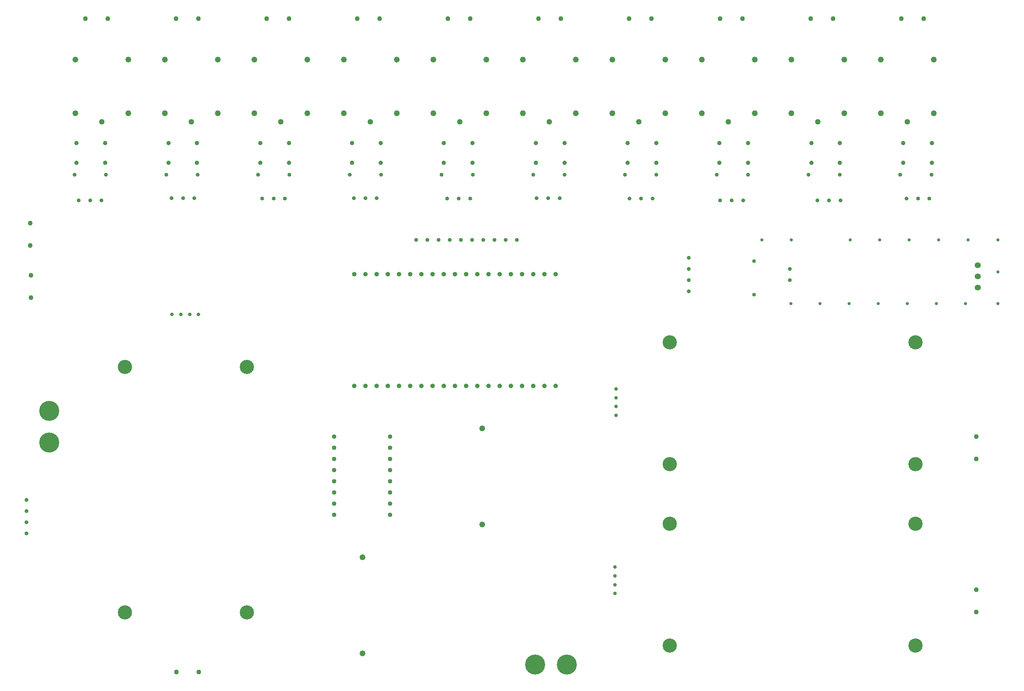
<source format=gbr>
%TF.GenerationSoftware,Altium Limited,Altium Designer,22.1.2 (22)*%
G04 Layer_Color=0*
%FSLAX45Y45*%
%MOMM*%
%TF.SameCoordinates,97720CCC-B93B-4F85-99AC-C394CD96EF65*%
%TF.FilePolarity,Positive*%
%TF.FileFunction,Plated,1,2,PTH,Drill*%
%TF.Part,Single*%
G01*
G75*
%TA.AperFunction,ComponentDrill*%
%ADD96C,1.32000*%
%ADD97C,1.29000*%
%ADD98C,0.99000*%
%ADD99C,0.85000*%
%ADD100C,0.90000*%
%ADD101C,1.02000*%
%ADD102C,0.90000*%
%ADD103C,1.36000*%
%ADD104C,1.10000*%
%ADD105C,0.80000*%
%ADD106C,1.10000*%
%ADD107C,4.55000*%
%ADD108C,4.55000*%
%ADD109C,3.22000*%
%ADD110C,3.22000*%
%ADD111C,1.04000*%
%ADD112C,0.80000*%
%TA.AperFunction,ViaDrill,NotFilled*%
%ADD113C,0.71120*%
D96*
X4365700Y4762900D02*
D03*
X5565700D02*
D03*
Y3542900D02*
D03*
X4365700D02*
D03*
X-3762300Y4762900D02*
D03*
X-2562300D02*
D03*
Y3542900D02*
D03*
X-3762300D02*
D03*
X-5794300Y4762900D02*
D03*
X-4594300D02*
D03*
Y3542900D02*
D03*
X-5794300D02*
D03*
X-11890300D02*
D03*
X-10690300D02*
D03*
Y4762900D02*
D03*
X-11890300D02*
D03*
X-4686300Y-5803700D02*
D03*
Y-3619700D02*
D03*
X2333700Y3542900D02*
D03*
X3533700D02*
D03*
Y4762900D02*
D03*
X2333700D02*
D03*
X-1730300Y3542900D02*
D03*
X-530300D02*
D03*
Y4762900D02*
D03*
X-1730300D02*
D03*
X301700Y3542900D02*
D03*
X1501700D02*
D03*
Y4762900D02*
D03*
X301700D02*
D03*
X-13922301D02*
D03*
X-12722300D02*
D03*
Y3542900D02*
D03*
X-13922301D02*
D03*
X-9858300D02*
D03*
X-8658300D02*
D03*
Y4762900D02*
D03*
X-9858300D02*
D03*
X-7826300Y3542900D02*
D03*
X-6626300D02*
D03*
Y4762900D02*
D03*
X-7826300D02*
D03*
X-7404100Y-6553400D02*
D03*
Y-8737400D02*
D03*
D97*
X4965700Y3342900D02*
D03*
X-3162300D02*
D03*
X-5194300D02*
D03*
X-11290300D02*
D03*
X2933700D02*
D03*
X-1130300D02*
D03*
X901700D02*
D03*
X-13322301D02*
D03*
X-9258300D02*
D03*
X-7226300D02*
D03*
D98*
X-6990966Y2866600D02*
D03*
Y2416600D02*
D03*
X-7640966Y2866600D02*
D03*
Y2416600D02*
D03*
X2784255D02*
D03*
Y2866600D02*
D03*
X3434255Y2416600D02*
D03*
Y2866600D02*
D03*
X699210Y2416600D02*
D03*
Y2866600D02*
D03*
X1349211Y2416600D02*
D03*
Y2866600D02*
D03*
X-1385834Y2416600D02*
D03*
Y2866600D02*
D03*
X-735833Y2416600D02*
D03*
Y2866600D02*
D03*
X-2820878D02*
D03*
Y2416600D02*
D03*
X-3470878Y2866600D02*
D03*
Y2416600D02*
D03*
X-4905922Y2866600D02*
D03*
Y2416600D02*
D03*
X-5555922Y2866600D02*
D03*
Y2416600D02*
D03*
X-9726010D02*
D03*
Y2866600D02*
D03*
X-9076010Y2416600D02*
D03*
Y2866600D02*
D03*
X-11161054D02*
D03*
Y2416600D02*
D03*
X-11811054Y2866600D02*
D03*
Y2416600D02*
D03*
X-13896098D02*
D03*
Y2866600D02*
D03*
X-13246098Y2416600D02*
D03*
Y2866600D02*
D03*
X5519299D02*
D03*
Y2416600D02*
D03*
X4869299Y2866600D02*
D03*
Y2416600D02*
D03*
D99*
X1485900Y-584200D02*
D03*
Y177800D02*
D03*
D100*
X-6184900Y660400D02*
D03*
X-5930900D02*
D03*
X-5676900D02*
D03*
X-5422900D02*
D03*
X-5168900D02*
D03*
X-4914900D02*
D03*
X-4660900D02*
D03*
X-4406900D02*
D03*
X-4152900D02*
D03*
X-3898900D02*
D03*
X2718400Y2146300D02*
D03*
X3428400D02*
D03*
X635600D02*
D03*
X1345600D02*
D03*
X-13944000D02*
D03*
X-13234000D02*
D03*
X-3447700Y1612900D02*
D03*
X-3187700D02*
D03*
X-2927700D02*
D03*
X-11861200Y2146300D02*
D03*
X-11151200D02*
D03*
X-13849001Y1562100D02*
D03*
X-13589000D02*
D03*
X-13328999D02*
D03*
X-11740800Y1611925D02*
D03*
X-11480800D02*
D03*
X-11220800D02*
D03*
X-1447200Y2146300D02*
D03*
X-737200D02*
D03*
X-3530000D02*
D03*
X-2820000D02*
D03*
X-5612800D02*
D03*
X-4902800D02*
D03*
X-7695600D02*
D03*
X-6985600D02*
D03*
X-9683400Y1600200D02*
D03*
X-9423400D02*
D03*
X-9163400D02*
D03*
X-7600600Y1612900D02*
D03*
X-7340600D02*
D03*
X-7080600D02*
D03*
X-1339500Y1600200D02*
D03*
X-1079500D02*
D03*
X-819500D02*
D03*
X4947000D02*
D03*
X5207000D02*
D03*
X5467000D02*
D03*
X-5479700D02*
D03*
X-5219700D02*
D03*
X-4959700D02*
D03*
X717900Y1562100D02*
D03*
X977900D02*
D03*
X1237900D02*
D03*
X2927700D02*
D03*
X3187700D02*
D03*
X3447700D02*
D03*
X-9778400Y2146300D02*
D03*
X-9068400D02*
D03*
X4801200D02*
D03*
X5511200D02*
D03*
D101*
X-6781800Y-5588000D02*
D03*
Y-5334000D02*
D03*
Y-5080000D02*
D03*
Y-4826000D02*
D03*
Y-4572000D02*
D03*
Y-4318000D02*
D03*
Y-4064000D02*
D03*
Y-3810000D02*
D03*
X-8051800D02*
D03*
Y-4064000D02*
D03*
Y-4318000D02*
D03*
Y-4572000D02*
D03*
Y-4826000D02*
D03*
Y-5080000D02*
D03*
Y-5334000D02*
D03*
Y-5588000D02*
D03*
D102*
X2300000Y0D02*
D03*
Y-254000D02*
D03*
X0Y-508000D02*
D03*
Y-254000D02*
D03*
Y0D02*
D03*
Y254000D02*
D03*
X-15036800Y-6007100D02*
D03*
Y-5753100D02*
D03*
Y-5499100D02*
D03*
Y-5245100D02*
D03*
D103*
X6565900Y-419100D02*
D03*
Y-165100D02*
D03*
Y88900D02*
D03*
D104*
X5333999Y5689600D02*
D03*
X4825999D02*
D03*
X3275817D02*
D03*
X2767817D02*
D03*
X709635D02*
D03*
X1217635D02*
D03*
X-11125200Y-9156700D02*
D03*
X-11633200D02*
D03*
X-13189639Y5689600D02*
D03*
X-13697639D02*
D03*
X-11131458D02*
D03*
X-11639458D02*
D03*
X-9073275D02*
D03*
X-9581275D02*
D03*
X-7523093D02*
D03*
X-7015093D02*
D03*
X-4956911D02*
D03*
X-5464911D02*
D03*
X-2898729D02*
D03*
X-3406729D02*
D03*
X-840547D02*
D03*
X-1348547D02*
D03*
D105*
X-11728400Y-1032090D02*
D03*
X-11528400D02*
D03*
X-11328400D02*
D03*
X-11128400D02*
D03*
D106*
X-14935201Y-139700D02*
D03*
Y-647700D02*
D03*
X6527800Y-7797800D02*
D03*
Y-7289800D02*
D03*
X-14947900Y1041400D02*
D03*
Y533400D02*
D03*
X6527800Y-4318000D02*
D03*
Y-3810000D02*
D03*
D107*
X-14517999Y-3226800D02*
D03*
Y-3946800D02*
D03*
D108*
X-2764200Y-8989600D02*
D03*
X-3484200D02*
D03*
D109*
X-427800Y-8560500D02*
D03*
Y-5790500D02*
D03*
X5152200Y-8560500D02*
D03*
Y-5790500D02*
D03*
X-427800Y-4433000D02*
D03*
Y-1663000D02*
D03*
X5152200Y-4433000D02*
D03*
Y-1663000D02*
D03*
D110*
X-12802299Y-2226500D02*
D03*
X-10032300D02*
D03*
X-12802299Y-7806500D02*
D03*
X-10032300D02*
D03*
D111*
X-7589400Y-2654300D02*
D03*
X-7335400D02*
D03*
X-3017400D02*
D03*
X-7081400D02*
D03*
X-6827400D02*
D03*
X-6573400D02*
D03*
X-6319400D02*
D03*
X-6065400D02*
D03*
X-5811400D02*
D03*
X-5557400D02*
D03*
X-5303400D02*
D03*
X-5049400D02*
D03*
X-4795400D02*
D03*
X-4541400D02*
D03*
X-4287400D02*
D03*
X-4033400D02*
D03*
X-3779400D02*
D03*
X-3525400D02*
D03*
X-3271400D02*
D03*
X-7589400Y-114300D02*
D03*
X-7335400D02*
D03*
X-7081400D02*
D03*
X-6827400D02*
D03*
X-6573400D02*
D03*
X-6319400D02*
D03*
X-6065400D02*
D03*
X-5811400D02*
D03*
X-5557400D02*
D03*
X-5303400D02*
D03*
X-5049400D02*
D03*
X-4795400D02*
D03*
X-4541400D02*
D03*
X-4287400D02*
D03*
X-4033400D02*
D03*
X-3779400D02*
D03*
X-3525400D02*
D03*
X-3271400D02*
D03*
X-3017400D02*
D03*
D112*
X-1673010Y-6775500D02*
D03*
Y-6975500D02*
D03*
Y-7175500D02*
D03*
Y-7375500D02*
D03*
X-1647610Y-2724200D02*
D03*
Y-2924200D02*
D03*
Y-3124200D02*
D03*
Y-3324200D02*
D03*
D113*
X3668712Y660400D02*
D03*
X7023100D02*
D03*
X4965699Y-787400D02*
D03*
X6286498D02*
D03*
X7023100Y-63500D02*
D03*
Y-787400D02*
D03*
X5626098D02*
D03*
X4305299D02*
D03*
X3644899D02*
D03*
X2984499D02*
D03*
X2324100D02*
D03*
X6342061Y660400D02*
D03*
X5673723D02*
D03*
X5005386D02*
D03*
X4337049D02*
D03*
X2332037D02*
D03*
X1663700D02*
D03*
%TF.MD5,d3fa3ab51a1180e8b471b749748d8f7f*%
M02*

</source>
